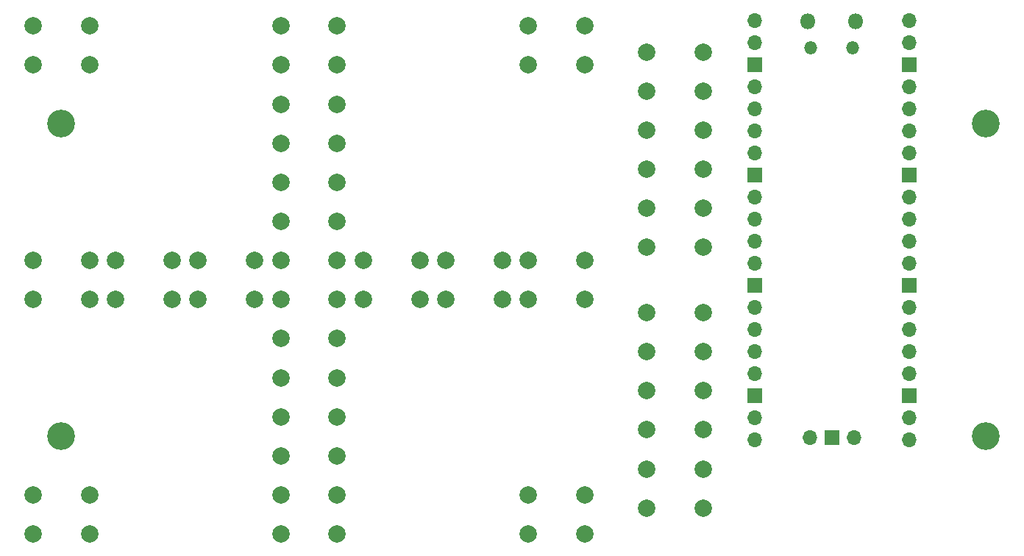
<source format=gbr>
%TF.GenerationSoftware,KiCad,Pcbnew,(6.0.4)*%
%TF.CreationDate,2022-05-21T19:00:59-03:00*%
%TF.ProjectId,G-Code_Keeb_tact,472d436f-6465-45f4-9b65-65625f746163,1*%
%TF.SameCoordinates,Original*%
%TF.FileFunction,Soldermask,Top*%
%TF.FilePolarity,Negative*%
%FSLAX46Y46*%
G04 Gerber Fmt 4.6, Leading zero omitted, Abs format (unit mm)*
G04 Created by KiCad (PCBNEW (6.0.4)) date 2022-05-21 19:00:59*
%MOMM*%
%LPD*%
G01*
G04 APERTURE LIST*
%ADD10C,2.000000*%
%ADD11O,1.800000X1.800000*%
%ADD12O,1.500000X1.500000*%
%ADD13O,1.700000X1.700000*%
%ADD14R,1.700000X1.700000*%
%ADD15C,3.200000*%
G04 APERTURE END LIST*
D10*
%TO.C,SW1*%
X148500000Y-91000000D03*
X155000000Y-91000000D03*
X155000000Y-95500000D03*
X148500000Y-95500000D03*
%TD*%
%TO.C,SW5*%
X107500000Y-91000000D03*
X101000000Y-91000000D03*
X101000000Y-95500000D03*
X107500000Y-95500000D03*
%TD*%
D11*
%TO.C,U1*%
X180690000Y-63510000D03*
X186140000Y-63510000D03*
D12*
X185840000Y-66540000D03*
X180990000Y-66540000D03*
D13*
X192305000Y-63380000D03*
X192305000Y-65920000D03*
D14*
X192305000Y-68460000D03*
D13*
X192305000Y-71000000D03*
X192305000Y-73540000D03*
X192305000Y-76080000D03*
X192305000Y-78620000D03*
D14*
X192305000Y-81160000D03*
D13*
X192305000Y-83700000D03*
X192305000Y-86240000D03*
X192305000Y-88780000D03*
X192305000Y-91320000D03*
D14*
X192305000Y-93860000D03*
D13*
X192305000Y-96400000D03*
X192305000Y-98940000D03*
X192305000Y-101480000D03*
X192305000Y-104020000D03*
D14*
X192305000Y-106560000D03*
D13*
X192305000Y-109100000D03*
X192305000Y-111640000D03*
X174525000Y-111640000D03*
X174525000Y-109100000D03*
D14*
X174525000Y-106560000D03*
D13*
X174525000Y-104020000D03*
X174525000Y-101480000D03*
X174525000Y-98940000D03*
X174525000Y-96400000D03*
D14*
X174525000Y-93860000D03*
D13*
X174525000Y-91320000D03*
X174525000Y-88780000D03*
X174525000Y-86240000D03*
X174525000Y-83700000D03*
D14*
X174525000Y-81160000D03*
D13*
X174525000Y-78620000D03*
X174525000Y-76080000D03*
X174525000Y-73540000D03*
X174525000Y-71000000D03*
D14*
X174525000Y-68460000D03*
D13*
X174525000Y-65920000D03*
X174525000Y-63380000D03*
X185955000Y-111410000D03*
D14*
X183415000Y-111410000D03*
D13*
X180875000Y-111410000D03*
%TD*%
D10*
%TO.C,SW23*%
X155000000Y-68500000D03*
X148500000Y-68500000D03*
X148500000Y-64000000D03*
X155000000Y-64000000D03*
%TD*%
%TO.C,SW22*%
X126500000Y-91000000D03*
X120000000Y-91000000D03*
X120000000Y-95500000D03*
X126500000Y-95500000D03*
%TD*%
%TO.C,SW20*%
X98000000Y-64000000D03*
X91500000Y-64000000D03*
X91500000Y-68500000D03*
X98000000Y-68500000D03*
%TD*%
%TO.C,SW8*%
X120000000Y-73000000D03*
X126500000Y-73000000D03*
X120000000Y-77500000D03*
X126500000Y-77500000D03*
%TD*%
%TO.C,SW2*%
X139000000Y-91000000D03*
X145500000Y-91000000D03*
X145500000Y-95500000D03*
X139000000Y-95500000D03*
%TD*%
%TO.C,SW7*%
X126500000Y-68500000D03*
X120000000Y-68500000D03*
X126500000Y-64000000D03*
X120000000Y-64000000D03*
%TD*%
D15*
%TO.C,H4*%
X94750000Y-75250000D03*
%TD*%
D10*
%TO.C,SW17*%
X162110000Y-106000000D03*
X168610000Y-106000000D03*
X162110000Y-110500000D03*
X168610000Y-110500000D03*
%TD*%
%TO.C,SW14*%
X168610000Y-80500000D03*
X162110000Y-80500000D03*
X162110000Y-76000000D03*
X168610000Y-76000000D03*
%TD*%
%TO.C,SW10*%
X120000000Y-100000000D03*
X126500000Y-100000000D03*
X126500000Y-104500000D03*
X120000000Y-104500000D03*
%TD*%
D15*
%TO.C,H2*%
X201150000Y-75250000D03*
%TD*%
D10*
%TO.C,SW9*%
X126500000Y-82000000D03*
X120000000Y-82000000D03*
X126500000Y-86500000D03*
X120000000Y-86500000D03*
%TD*%
%TO.C,SW6*%
X91500000Y-91000000D03*
X98000000Y-91000000D03*
X91500000Y-95500000D03*
X98000000Y-95500000D03*
%TD*%
%TO.C,SW16*%
X168610000Y-97000000D03*
X162110000Y-97000000D03*
X168610000Y-101500000D03*
X162110000Y-101500000D03*
%TD*%
%TO.C,SW21*%
X155000000Y-118000000D03*
X148500000Y-118000000D03*
X155000000Y-122500000D03*
X148500000Y-122500000D03*
%TD*%
%TO.C,SW12*%
X126500000Y-118000000D03*
X120000000Y-118000000D03*
X126500000Y-122500000D03*
X120000000Y-122500000D03*
%TD*%
%TO.C,SW4*%
X117000000Y-91000000D03*
X110500000Y-91000000D03*
X110500000Y-95500000D03*
X117000000Y-95500000D03*
%TD*%
%TO.C,SW19*%
X98000000Y-118000000D03*
X91500000Y-118000000D03*
X98000000Y-122500000D03*
X91500000Y-122500000D03*
%TD*%
D15*
%TO.C,H1*%
X201150000Y-111250000D03*
%TD*%
D10*
%TO.C,SW3*%
X136000000Y-91000000D03*
X129500000Y-91000000D03*
X129500000Y-95500000D03*
X136000000Y-95500000D03*
%TD*%
%TO.C,SW11*%
X126500000Y-109000000D03*
X120000000Y-109000000D03*
X120000000Y-113500000D03*
X126500000Y-113500000D03*
%TD*%
%TO.C,SW13*%
X168610000Y-67000000D03*
X162110000Y-67000000D03*
X162110000Y-71500000D03*
X168610000Y-71500000D03*
%TD*%
%TO.C,SW18*%
X168610000Y-115000000D03*
X162110000Y-115000000D03*
X162110000Y-119500000D03*
X168610000Y-119500000D03*
%TD*%
D15*
%TO.C,H3*%
X94750000Y-111250000D03*
%TD*%
D10*
%TO.C,SW15*%
X162110000Y-85000000D03*
X168610000Y-85000000D03*
X162110000Y-89500000D03*
X168610000Y-89500000D03*
%TD*%
M02*

</source>
